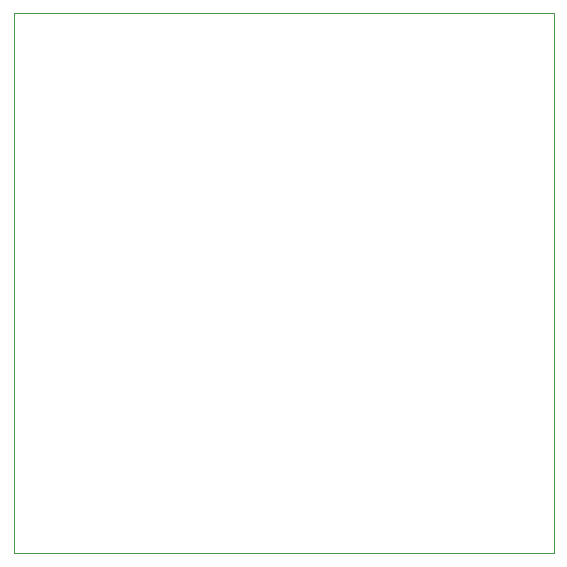
<source format=gbr>
G04*
G04 #@! TF.GenerationSoftware,Altium Limited,Altium Designer,24.8.2 (39)*
G04*
G04 Layer_Color=0*
%FSLAX26Y26*%
%MOIN*%
G70*
G04*
G04 #@! TF.SameCoordinates,943EF9C2-7E4B-4E9F-8D88-1E315B4C2DD2*
G04*
G04*
G04 #@! TF.FilePolarity,Positive*
G04*
G01*
G75*
%ADD71C,0.001000*%
D71*
X0Y0D02*
Y1800000D01*
X1800000D01*
Y0D01*
X0D01*
M02*

</source>
